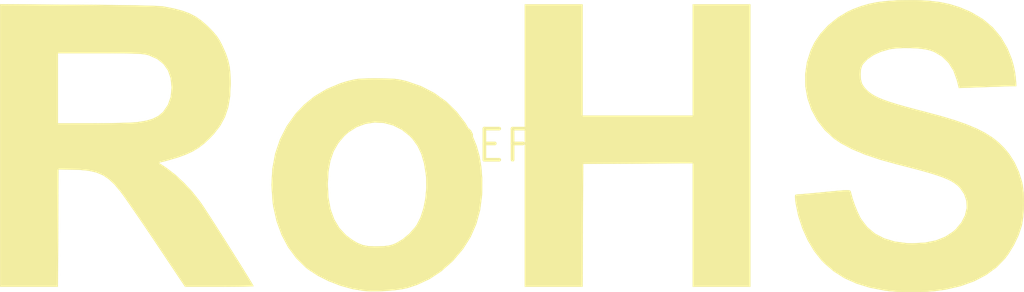
<source format=kicad_pcb>
(kicad_pcb (version 20240108) (generator pcbnew)
  (layers (0 "F.Cu" signal) (31 "B.Cu" signal) (34 "B.Paste" user) (35 "F.Paste" user) (36 "B.SilkS" user "B.Silkscreen") (37 "F.SilkS" user "F.Silkscreen") (38 "B.Mask" user) (39 "F.Mask" user) (44 "Edge.Cuts" user))
  (net 0 "")
  (footprint "RoHS-Logo_12mm_SilkScreen" (layer "F.Cu") (at 0 0)
    (property "Reference" "REF**")
    (property "Value" "RoHS-Logo_12mm_SilkScreen")
    (fp_poly (pts (xy 2.8575 -1.224642) (xy 7.347857 -1.224642) (xy 7.347857 -5.760357) (xy 9.706428 -5.760357) (xy 9.706428 5.760358) (xy 7.347857 5.760358) (xy 7.347857 0.72486) (xy 5.114017 0.736627) (xy 2.880178 0.748393) (xy 2.868455 3.254375) (xy 2.856731 5.760358) (xy 0.498928 5.760358) (xy 0.498928 -5.760357) (xy 2.8575 -5.760357) (xy 2.8575 -1.224642)) (layer "F.SilkS") (stroke (width 0.01)) (fill solid))
    (fp_poly (pts (xy -5.533572 -2.739721) (xy -5.230735 -2.737638) (xy -4.997366 -2.731709) (xy -4.812238 -2.71988) (xy -4.654123 -2.700097) (xy -4.501791 -2.670306) (xy -4.334016 -2.628455) (xy -4.306045 -2.620967) (xy -3.725738 -2.419499) (xy -3.190617 -2.142042) (xy -2.706651 -1.793573) (xy -2.279809 -1.379065) (xy -1.916058 -0.903493) (xy -1.630128 -0.390644) (xy -1.463937 0.017202) (xy -1.346663 0.435926) (xy -1.272504 0.891192) (xy -1.238286 1.342789) (xy -1.244107 2.010447) (xy -1.323467 2.627383) (xy -1.478052 3.19825) (xy -1.709547 3.727699) (xy -2.019637 4.220379) (xy -2.410008 4.680944) (xy -2.469912 4.741874) (xy -2.912589 5.133001) (xy -3.381777 5.443294) (xy -3.893061 5.681973) (xy -4.271448 5.807708) (xy -4.50799 5.859325) (xy -4.807476 5.900948) (xy -5.142497 5.930678) (xy -5.485643 5.94662) (xy -5.809505 5.946877) (xy -6.064924 5.931824) (xy -6.538294 5.853798) (xy -7.026353 5.717568) (xy -7.504965 5.532853) (xy -7.949991 5.309371) (xy -8.337293 5.056839) (xy -8.440273 4.975495) (xy -8.827604 4.595677) (xy -9.157121 4.150077) (xy -9.425387 3.645524) (xy -9.628962 3.088848) (xy -9.764406 2.48688) (xy -9.79222 2.290536) (xy -9.837337 1.603852) (xy -9.83644 1.5875) (xy -7.539597 1.5875) (xy -7.512141 2.127947) (xy -7.424627 2.602481) (xy -7.275557 3.014469) (xy -7.063436 3.367277) (xy -6.786767 3.664271) (xy -6.531378 3.85539) (xy -6.318986 3.978044) (xy -6.119205 4.057766) (xy -5.903601 4.101451) (xy -5.643742 4.115996) (xy -5.465536 4.113908) (xy -5.232178 4.103441) (xy -5.059358 4.083324) (xy -4.91699 4.047973) (xy -4.774989 3.991806) (xy -4.75261 3.981586) (xy -4.484021 3.821948) (xy -4.220562 3.602439) (xy -3.992769 3.350272) (xy -3.90609 3.227234) (xy -3.75341 2.923655) (xy -3.635105 2.556653) (xy -3.555176 2.148286) (xy -3.517623 1.720608) (xy -3.526446 1.295676) (xy -3.536623 1.190184) (xy -3.61066 0.730583) (xy -3.723183 0.342485) (xy -3.879624 0.012913) (xy -4.085417 -0.271108) (xy -4.198205 -0.39009) (xy -4.519805 -0.645507) (xy -4.873305 -0.8227) (xy -5.246787 -0.921671) (xy -5.628331 -0.942423) (xy -6.006018 -0.88496) (xy -6.36793 -0.749284) (xy -6.702146 -0.535399) (xy -6.864869 -0.389435) (xy -7.113231 -0.094017) (xy -7.301343 0.237716) (xy -7.432726 0.616079) (xy -7.5109 1.051388) (xy -7.539387 1.55396) (xy -7.539597 1.5875) (xy -9.83644 1.5875) (xy -9.801412 0.949343) (xy -9.685501 0.330262) (xy -9.490658 -0.250134) (xy -9.217937 -0.788591) (xy -8.868394 -1.281854) (xy -8.510715 -1.664065) (xy -8.076622 -2.01472) (xy -7.580547 -2.308219) (xy -7.036585 -2.53681) (xy -6.776957 -2.61726) (xy -6.603737 -2.663263) (xy -6.454515 -2.696274) (xy -6.308234 -2.718369) (xy -6.143836 -2.731621) (xy -5.940263 -2.738105) (xy -5.676458 -2.739893) (xy -5.533572 -2.739721)) (layer "F.SilkS") (stroke (width 0.01)) (fill solid))
    (fp_poly (pts (xy -17.723304 -5.745908) (xy -17.010809 -5.74047) (xy -16.374267 -5.73404) (xy -15.81571 -5.72666) (xy -15.337168 -5.718372) (xy -14.940674 -5.709217) (xy -14.628258 -5.699239) (xy -14.401951 -5.688479) (xy -14.263785 -5.676978) (xy -14.242143 -5.673802) (xy -13.821139 -5.591552) (xy -13.472813 -5.500127) (xy -13.179134 -5.391273) (xy -12.92207 -5.256736) (xy -12.683591 -5.088263) (xy -12.445664 -4.877599) (xy -12.395201 -4.828334) (xy -12.204218 -4.630989) (xy -12.063185 -4.461233) (xy -11.9509 -4.290386) (xy -11.846161 -4.089766) (xy -11.840531 -4.077996) (xy -11.702259 -3.766511) (xy -11.605741 -3.488762) (xy -11.544446 -3.214703) (xy -11.511842 -2.914288) (xy -11.5014 -2.557469) (xy -11.501323 -2.517321) (xy -11.52512 -2.009413) (xy -11.600278 -1.565143) (xy -11.73245 -1.169791) (xy -11.927287 -0.808641) (xy -12.190441 -0.466973) (xy -12.355577 -0.292695) (xy -12.577153 -0.086883) (xy -12.799009 0.084925) (xy -13.037158 0.230682) (xy -13.307611 0.358341) (xy -13.62638 0.475856) (xy -14.009478 0.59118) (xy -14.281144 0.663732) (xy -14.433537 0.703036) (xy -14.099715 0.929163) (xy -13.76011 1.190007) (xy -13.41 1.514872) (xy -13.070171 1.882629) (xy -12.761409 2.272152) (xy -12.715708 2.335893) (xy -12.637724 2.450298) (xy -12.524476 2.62189) (xy -12.381954 2.841179) (xy -12.216146 3.098673) (xy -12.033043 3.384882) (xy -11.838632 3.690313) (xy -11.638903 4.005477) (xy -11.439846 4.320881) (xy -11.247449 4.627035) (xy -11.067702 4.914448) (xy -10.906594 5.173628) (xy -10.770113 5.395085) (xy -10.66425 5.569327) (xy -10.594993 5.686863) (xy -10.568331 5.738202) (xy -10.568215 5.739062) (xy -10.611749 5.744328) (xy -10.735059 5.74912) (xy -10.927209 5.753271) (xy -11.177262 5.756616) (xy -11.474279 5.758988) (xy -11.807324 5.76022) (xy -11.966375 5.760358) (xy -13.364536 5.760358) (xy -14.523166 4.025447) (xy -14.77297 3.652846) (xy -15.018632 3.289148) (xy -15.253255 2.944373) (xy -15.469944 2.628544) (xy -15.661801 2.35168) (xy -15.82193 2.123805) (xy -15.943436 1.954938) (xy -15.999117 1.880685) (xy -16.239456 1.59411) (xy -16.473212 1.373033) (xy -16.71714 1.20977) (xy -16.987991 1.096634) (xy -17.302522 1.025939) (xy -17.677484 0.99) (xy -17.958791 0.981667) (xy -18.528393 0.975179) (xy -18.540134 3.367768) (xy -18.551874 5.760358) (xy -20.909643 5.760358) (xy -20.909643 -3.764642) (xy -18.551072 -3.764642) (xy -18.551072 -0.907142) (xy -17.133661 -0.907515) (xy -16.761635 -0.909094) (xy -16.399363 -0.913381) (xy -16.062148 -0.919987) (xy -15.765294 -0.928528) (xy -15.524103 -0.938617) (xy -15.353878 -0.949867) (xy -15.319946 -0.953295) (xy -14.96276 -1.009967) (xy -14.679172 -1.092598) (xy -14.454279 -1.207246) (xy -14.273176 -1.359966) (xy -14.246062 -1.389706) (xy -14.060323 -1.664728) (xy -13.949625 -1.984735) (xy -13.912159 -2.355096) (xy -13.912217 -2.38125) (xy -13.9509 -2.751864) (xy -14.060682 -3.06616) (xy -14.241777 -3.32443) (xy -14.494398 -3.526963) (xy -14.818761 -3.674052) (xy -14.878418 -3.692783) (xy -14.955619 -3.711882) (xy -15.052031 -3.72739) (xy -15.177093 -3.739656) (xy -15.340246 -3.749026) (xy -15.550929 -3.755846) (xy -15.818583 -3.760463) (xy -16.152648 -3.763223) (xy -16.562564 -3.764473) (xy -16.835733 -3.764642) (xy -18.551072 -3.764642) (xy -20.909643 -3.764642) (xy -20.909643 -5.766847) (xy -17.723304 -5.745908)) (layer "F.SilkS") (stroke (width 0.01)) (fill solid))
    (fp_poly (pts (xy 16.973265 -5.910025) (xy 17.431912 -5.855005) (xy 17.85199 -5.766126) (xy 18.249667 -5.640577) (xy 18.641115 -5.475547) (xy 18.727412 -5.433954) (xy 19.194616 -5.157373) (xy 19.594749 -4.820093) (xy 19.928663 -4.421128) (xy 20.197211 -3.959491) (xy 20.370654 -3.529274) (xy 20.443996 -3.273289) (xy 20.50139 -3.002808) (xy 20.531334 -2.778659) (xy 20.558482 -2.426607) (xy 20.427901 -2.424147) (xy 20.345845 -2.421865) (xy 20.187982 -2.416828) (xy 19.969159 -2.409535) (xy 19.704225 -2.400483) (xy 19.408028 -2.390171) (xy 19.254107 -2.384743) (xy 18.210892 -2.347798) (xy 18.128364 -2.668532) (xy 17.989175 -3.054009) (xy 17.787482 -3.376042) (xy 17.525741 -3.631907) (xy 17.206408 -3.818881) (xy 17.031607 -3.883918) (xy 16.821645 -3.930009) (xy 16.549728 -3.961889) (xy 16.243615 -3.978807) (xy 15.931059 -3.980011) (xy 15.639818 -3.964748) (xy 15.397649 -3.932268) (xy 15.380051 -3.928654) (xy 15.027669 -3.827313) (xy 14.720662 -3.686277) (xy 14.47251 -3.51364) (xy 14.296693 -3.317495) (xy 14.260772 -3.256627) (xy 14.214908 -3.10395) (xy 14.199062 -2.905083) (xy 14.21338 -2.699488) (xy 14.258009 -2.526629) (xy 14.258065 -2.526495) (xy 14.329935 -2.407786) (xy 14.440725 -2.277346) (xy 14.494814 -2.225768) (xy 14.613747 -2.131535) (xy 14.752428 -2.043421) (xy 14.919787 -1.958198) (xy 15.124754 -1.872636) (xy 15.37626 -1.783504) (xy 15.683236 -1.687574) (xy 16.05461 -1.581616) (xy 16.499315 -1.462401) (xy 16.872857 -1.365794) (xy 17.500548 -1.197406) (xy 18.046357 -1.032833) (xy 18.518756 -0.867804) (xy 18.926214 -0.698045) (xy 19.277203 -0.519285) (xy 19.580193 -0.327249) (xy 19.843656 -0.117666) (xy 20.076063 0.113737) (xy 20.267294 0.346333) (xy 20.485015 0.690937) (xy 20.66504 1.085596) (xy 20.790795 1.492148) (xy 20.814811 1.60717) (xy 20.850105 1.890219) (xy 20.865096 2.221372) (xy 20.860526 2.569346) (xy 20.837139 2.902859) (xy 20.795678 3.190629) (xy 20.775001 3.282803) (xy 20.646158 3.665443) (xy 20.458221 4.060428) (xy 20.229267 4.432415) (xy 20.096607 4.609227) (xy 19.746139 4.970817) (xy 19.324263 5.280333) (xy 18.835188 5.535817) (xy 18.283122 5.735308) (xy 17.672273 5.876849) (xy 17.245274 5.93689) (xy 16.892864 5.964655) (xy 16.500044 5.978612) (xy 16.095225 5.979008) (xy 15.706818 5.966092) (xy 15.363233 5.940111) (xy 15.194642 5.918996) (xy 14.574682 5.79748) (xy 14.025762 5.628903) (xy 13.538923 5.408972) (xy 13.105208 5.133397) (xy 12.715658 4.797885) (xy 12.596081 4.674157) (xy 12.303158 4.303052) (xy 12.043139 3.86549) (xy 11.825258 3.382585) (xy 11.65875 2.875451) (xy 11.552846 2.365202) (xy 11.538813 2.256518) (xy 11.524182 2.110203) (xy 11.527512 2.032323) (xy 11.555253 2.001332) (xy 11.613857 1.995684) (xy 11.616909 1.99568) (xy 11.693675 1.991404) (xy 11.845258 1.979493) (xy 12.056206 1.961288) (xy 12.311066 1.938132) (xy 12.594386 1.911367) (xy 12.654642 1.90555) (xy 13.002592 1.871758) (xy 13.270848 1.846427) (xy 13.470061 1.829865) (xy 13.610885 1.82238) (xy 13.703971 1.824278) (xy 13.759973 1.835868) (xy 13.789543 1.857457) (xy 13.803333 1.889353) (xy 13.811995 1.931864) (xy 13.813477 1.939018) (xy 13.875805 2.169504) (xy 13.967667 2.435263) (xy 14.074992 2.700029) (xy 14.183708 2.927539) (xy 14.226486 3.003404) (xy 14.473763 3.327837) (xy 14.784833 3.58895) (xy 15.157574 3.785747) (xy 15.589863 3.917232) (xy 16.079578 3.98241) (xy 16.328571 3.989854) (xy 16.834363 3.960618) (xy 17.274656 3.871978) (xy 17.653698 3.722533) (xy 17.975737 3.51088) (xy 18.088618 3.409395) (xy 18.313793 3.138465) (xy 18.461319 2.849065) (xy 18.530031 2.552172) (xy 18.518765 2.258761) (xy 18.426356 1.979809) (xy 18.265579 1.74185) (xy 18.164435 1.638731) (xy 18.046438 1.544245) (xy 17.903259 1.455239) (xy 17.726569 1.36856) (xy 17.508038 1.281055) (xy 17.239338 1.189571) (xy 16.912139 1.090954) (xy 16.518113 0.982052) (xy 16.04893 0.859712) (xy 15.707335 0.773399) (xy 15.002947 0.579179) (xy 14.38421 0.370819) (xy 13.852231 0.148772) (xy 13.408118 -0.08651) (xy 13.116374 -0.284314) (xy 12.739157 -0.628581) (xy 12.431568 -1.023229) (xy 12.195667 -1.458108) (xy 12.033514 -1.923069) (xy 11.947169 -2.407965) (xy 11.938693 -2.902646) (xy 12.010146 -3.396963) (xy 12.163589 -3.880768) (xy 12.320141 -4.206401) (xy 12.569769 -4.573846) (xy 12.891058 -4.916993) (xy 13.265318 -5.219671) (xy 13.673861 -5.46571) (xy 13.889442 -5.56419) (xy 14.222709 -5.688762) (xy 14.543804 -5.782636) (xy 14.875702 -5.850039) (xy 15.241378 -5.8952) (xy 15.663807 -5.922348) (xy 15.875583 -5.929732) (xy 16.459878 -5.933997) (xy 16.973265 -5.910025)) (layer "F.SilkS") (stroke (width 0.01)) (fill solid))
  )
)
</source>
